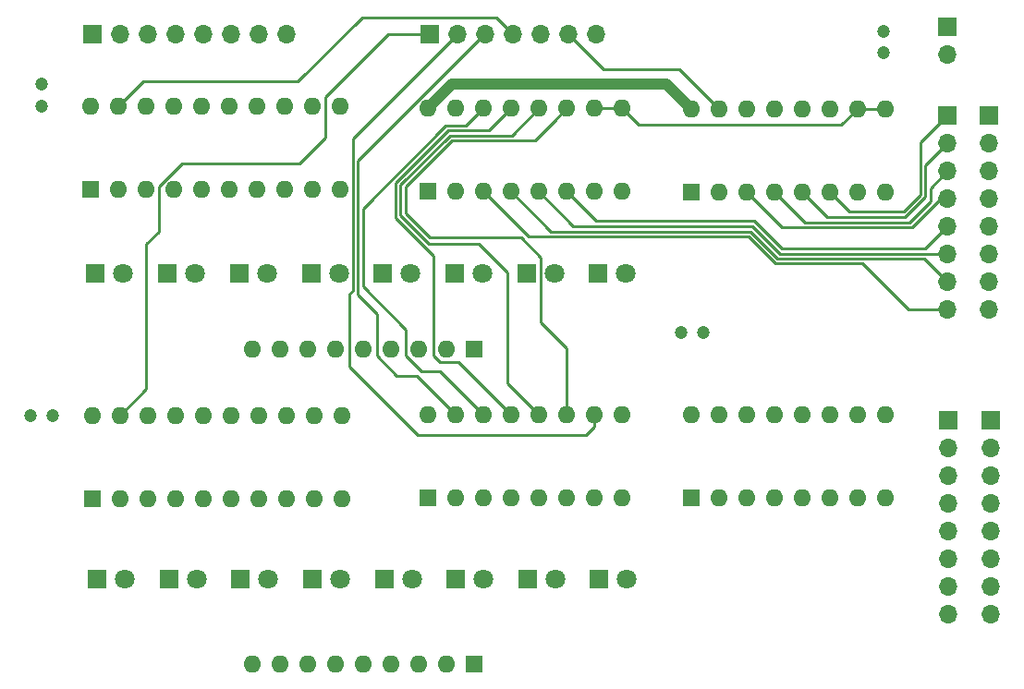
<source format=gbr>
%TF.GenerationSoftware,KiCad,Pcbnew,(5.1.9-0-10_14)*%
%TF.CreationDate,2021-04-27T01:12:58-04:00*%
%TF.ProjectId,REGISTER,52454749-5354-4455-922e-6b696361645f,rev?*%
%TF.SameCoordinates,Original*%
%TF.FileFunction,Copper,L3,Inr*%
%TF.FilePolarity,Positive*%
%FSLAX46Y46*%
G04 Gerber Fmt 4.6, Leading zero omitted, Abs format (unit mm)*
G04 Created by KiCad (PCBNEW (5.1.9-0-10_14)) date 2021-04-27 01:12:58*
%MOMM*%
%LPD*%
G01*
G04 APERTURE LIST*
%TA.AperFunction,ComponentPad*%
%ADD10O,1.700000X1.700000*%
%TD*%
%TA.AperFunction,ComponentPad*%
%ADD11R,1.700000X1.700000*%
%TD*%
%TA.AperFunction,ComponentPad*%
%ADD12C,1.200000*%
%TD*%
%TA.AperFunction,ComponentPad*%
%ADD13O,1.600000X1.600000*%
%TD*%
%TA.AperFunction,ComponentPad*%
%ADD14R,1.600000X1.600000*%
%TD*%
%TA.AperFunction,ComponentPad*%
%ADD15C,1.800000*%
%TD*%
%TA.AperFunction,ComponentPad*%
%ADD16R,1.800000X1.800000*%
%TD*%
%TA.AperFunction,Conductor*%
%ADD17C,1.000000*%
%TD*%
%TA.AperFunction,Conductor*%
%ADD18C,0.250000*%
%TD*%
G04 APERTURE END LIST*
D10*
%TO.N,/CLK*%
%TO.C,J6*%
X122123200Y-87833200D03*
%TO.N,/RS2*%
X119583200Y-87833200D03*
%TO.N,/AI*%
X117043200Y-87833200D03*
%TO.N,/AO*%
X114503200Y-87833200D03*
%TO.N,/RS2*%
X111963200Y-87833200D03*
%TO.N,/BI*%
X109423200Y-87833200D03*
D11*
%TO.N,/BO*%
X106883200Y-87833200D03*
%TD*%
D10*
%TO.N,GND*%
%TO.C,J3*%
X154343100Y-89687400D03*
D11*
%TO.N,VCC*%
X154343100Y-87147400D03*
%TD*%
D12*
%TO.N,GND*%
%TO.C,C4*%
X129953000Y-115176300D03*
%TO.N,VCC*%
X131953000Y-115176300D03*
%TD*%
%TO.N,GND*%
%TO.C,C3*%
X148463000Y-89553800D03*
%TO.N,VCC*%
X148463000Y-87553800D03*
%TD*%
%TO.N,GND*%
%TO.C,C2*%
X70351900Y-122796300D03*
%TO.N,VCC*%
X72351900Y-122796300D03*
%TD*%
%TO.N,GND*%
%TO.C,C1*%
X71323200Y-92437200D03*
%TO.N,VCC*%
X71323200Y-94437200D03*
%TD*%
D13*
%TO.N,VCC*%
%TO.C,U6*%
X130860800Y-122682000D03*
%TO.N,GND*%
X148640800Y-130302000D03*
%TO.N,/RS2*%
X133400800Y-122682000D03*
%TO.N,/CLK*%
X146100800Y-130302000D03*
%TO.N,/I4*%
X135940800Y-122682000D03*
%TO.N,/B1*%
X143560800Y-130302000D03*
%TO.N,/I3*%
X138480800Y-122682000D03*
%TO.N,/B2*%
X141020800Y-130302000D03*
%TO.N,/I2*%
X141020800Y-122682000D03*
%TO.N,/B3*%
X138480800Y-130302000D03*
%TO.N,/I1*%
X143560800Y-122682000D03*
%TO.N,/B4*%
X135940800Y-130302000D03*
%TO.N,/BI*%
X146100800Y-122682000D03*
%TO.N,GND*%
X133400800Y-130302000D03*
%TO.N,/BI*%
X148640800Y-122682000D03*
D14*
%TO.N,GND*%
X130860800Y-130302000D03*
%TD*%
D13*
%TO.N,VCC*%
%TO.C,U5*%
X106730800Y-122707400D03*
%TO.N,GND*%
X124510800Y-130327400D03*
%TO.N,/RS2*%
X109270800Y-122707400D03*
%TO.N,/CLK*%
X121970800Y-130327400D03*
%TO.N,/I8*%
X111810800Y-122707400D03*
%TO.N,/B5*%
X119430800Y-130327400D03*
%TO.N,/I7*%
X114350800Y-122707400D03*
%TO.N,/B6*%
X116890800Y-130327400D03*
%TO.N,/I6*%
X116890800Y-122707400D03*
%TO.N,/B7*%
X114350800Y-130327400D03*
%TO.N,/I5*%
X119430800Y-122707400D03*
%TO.N,/B8*%
X111810800Y-130327400D03*
%TO.N,/BI*%
X121970800Y-122707400D03*
%TO.N,GND*%
X109270800Y-130327400D03*
%TO.N,/BI*%
X124510800Y-122707400D03*
D14*
%TO.N,GND*%
X106730800Y-130327400D03*
%TD*%
D13*
%TO.N,VCC*%
%TO.C,U4*%
X75971400Y-122758200D03*
%TO.N,GND*%
X98831400Y-130378200D03*
%TO.N,/BO*%
X78511400Y-122758200D03*
%TO.N,/B1*%
X96291400Y-130378200D03*
%TO.N,/I8*%
X81051400Y-122758200D03*
%TO.N,/B2*%
X93751400Y-130378200D03*
%TO.N,/I7*%
X83591400Y-122758200D03*
%TO.N,/B3*%
X91211400Y-130378200D03*
%TO.N,/I6*%
X86131400Y-122758200D03*
%TO.N,/B4*%
X88671400Y-130378200D03*
%TO.N,/I5*%
X88671400Y-122758200D03*
%TO.N,/B5*%
X86131400Y-130378200D03*
%TO.N,/I4*%
X91211400Y-122758200D03*
%TO.N,/B6*%
X83591400Y-130378200D03*
%TO.N,/I3*%
X93751400Y-122758200D03*
%TO.N,/B7*%
X81051400Y-130378200D03*
%TO.N,/I2*%
X96291400Y-122758200D03*
%TO.N,/B8*%
X78511400Y-130378200D03*
%TO.N,/I1*%
X98831400Y-122758200D03*
D14*
%TO.N,VCC*%
X75971400Y-130378200D03*
%TD*%
D13*
%TO.N,VCC*%
%TO.C,U3*%
X130835400Y-94665800D03*
%TO.N,GND*%
X148615400Y-102285800D03*
%TO.N,/RS2*%
X133375400Y-94665800D03*
%TO.N,/CLK*%
X146075400Y-102285800D03*
%TO.N,/I4*%
X135915400Y-94665800D03*
%TO.N,/A1*%
X143535400Y-102285800D03*
%TO.N,/I3*%
X138455400Y-94665800D03*
%TO.N,/A2*%
X140995400Y-102285800D03*
%TO.N,/I2*%
X140995400Y-94665800D03*
%TO.N,/A3*%
X138455400Y-102285800D03*
%TO.N,/I1*%
X143535400Y-94665800D03*
%TO.N,/A4*%
X135915400Y-102285800D03*
%TO.N,/AI*%
X146075400Y-94665800D03*
%TO.N,GND*%
X133375400Y-102285800D03*
%TO.N,/AI*%
X148615400Y-94665800D03*
D14*
%TO.N,GND*%
X130835400Y-102285800D03*
%TD*%
D13*
%TO.N,VCC*%
%TO.C,U2*%
X106730800Y-94640400D03*
%TO.N,GND*%
X124510800Y-102260400D03*
%TO.N,/RS2*%
X109270800Y-94640400D03*
%TO.N,/CLK*%
X121970800Y-102260400D03*
%TO.N,/I8*%
X111810800Y-94640400D03*
%TO.N,/A5*%
X119430800Y-102260400D03*
%TO.N,/I7*%
X114350800Y-94640400D03*
%TO.N,/A6*%
X116890800Y-102260400D03*
%TO.N,/I6*%
X116890800Y-94640400D03*
%TO.N,/A7*%
X114350800Y-102260400D03*
%TO.N,/I5*%
X119430800Y-94640400D03*
%TO.N,/A8*%
X111810800Y-102260400D03*
%TO.N,/AI*%
X121970800Y-94640400D03*
%TO.N,GND*%
X109270800Y-102260400D03*
%TO.N,/AI*%
X124510800Y-94640400D03*
D14*
%TO.N,GND*%
X106730800Y-102260400D03*
%TD*%
D13*
%TO.N,VCC*%
%TO.C,U1*%
X75844400Y-94437200D03*
%TO.N,GND*%
X98704400Y-102057200D03*
%TO.N,/AO*%
X78384400Y-94437200D03*
%TO.N,/A1*%
X96164400Y-102057200D03*
%TO.N,/I8*%
X80924400Y-94437200D03*
%TO.N,/A2*%
X93624400Y-102057200D03*
%TO.N,/I7*%
X83464400Y-94437200D03*
%TO.N,/A3*%
X91084400Y-102057200D03*
%TO.N,/I6*%
X86004400Y-94437200D03*
%TO.N,/A4*%
X88544400Y-102057200D03*
%TO.N,/I5*%
X88544400Y-94437200D03*
%TO.N,/A5*%
X86004400Y-102057200D03*
%TO.N,/I4*%
X91084400Y-94437200D03*
%TO.N,/A6*%
X83464400Y-102057200D03*
%TO.N,/I3*%
X93624400Y-94437200D03*
%TO.N,/A7*%
X80924400Y-102057200D03*
%TO.N,/I2*%
X96164400Y-94437200D03*
%TO.N,/A8*%
X78384400Y-102057200D03*
%TO.N,/I1*%
X98704400Y-94437200D03*
D14*
%TO.N,VCC*%
X75844400Y-102057200D03*
%TD*%
D13*
%TO.N,Net-(D9-Pad1)*%
%TO.C,RN2*%
X90614500Y-145554700D03*
%TO.N,Net-(D10-Pad1)*%
X93154500Y-145554700D03*
%TO.N,Net-(D11-Pad1)*%
X95694500Y-145554700D03*
%TO.N,Net-(D12-Pad1)*%
X98234500Y-145554700D03*
%TO.N,Net-(D13-Pad1)*%
X100774500Y-145554700D03*
%TO.N,Net-(D14-Pad1)*%
X103314500Y-145554700D03*
%TO.N,Net-(D15-Pad1)*%
X105854500Y-145554700D03*
%TO.N,Net-(D16-Pad1)*%
X108394500Y-145554700D03*
D14*
%TO.N,GND*%
X110934500Y-145554700D03*
%TD*%
D13*
%TO.N,Net-(D1-Pad1)*%
%TO.C,RN1*%
X90601800Y-116738400D03*
%TO.N,Net-(D2-Pad1)*%
X93141800Y-116738400D03*
%TO.N,Net-(D3-Pad1)*%
X95681800Y-116738400D03*
%TO.N,Net-(D4-Pad1)*%
X98221800Y-116738400D03*
%TO.N,Net-(D5-Pad1)*%
X100761800Y-116738400D03*
%TO.N,Net-(D6-Pad1)*%
X103301800Y-116738400D03*
%TO.N,Net-(D7-Pad1)*%
X105841800Y-116738400D03*
%TO.N,Net-(D8-Pad1)*%
X108381800Y-116738400D03*
D14*
%TO.N,GND*%
X110921800Y-116738400D03*
%TD*%
D10*
%TO.N,/A8*%
%TO.C,J8*%
X154330400Y-113068100D03*
%TO.N,/A7*%
X154330400Y-110528100D03*
%TO.N,/A6*%
X154330400Y-107988100D03*
%TO.N,/A5*%
X154330400Y-105448100D03*
%TO.N,/A4*%
X154330400Y-102908100D03*
%TO.N,/A3*%
X154330400Y-100368100D03*
%TO.N,/A2*%
X154330400Y-97828100D03*
D11*
%TO.N,/A1*%
X154330400Y-95288100D03*
%TD*%
D10*
%TO.N,/A8*%
%TO.C,J7*%
X158115000Y-113068100D03*
%TO.N,/A7*%
X158115000Y-110528100D03*
%TO.N,/A6*%
X158115000Y-107988100D03*
%TO.N,/A5*%
X158115000Y-105448100D03*
%TO.N,/A4*%
X158115000Y-102908100D03*
%TO.N,/A3*%
X158115000Y-100368100D03*
%TO.N,/A2*%
X158115000Y-97828100D03*
D11*
%TO.N,/A1*%
X158115000Y-95288100D03*
%TD*%
D10*
%TO.N,/I1*%
%TO.C,J5*%
X93776800Y-87833200D03*
%TO.N,/I2*%
X91236800Y-87833200D03*
%TO.N,/I3*%
X88696800Y-87833200D03*
%TO.N,/I4*%
X86156800Y-87833200D03*
%TO.N,/I5*%
X83616800Y-87833200D03*
%TO.N,/I6*%
X81076800Y-87833200D03*
%TO.N,/I7*%
X78536800Y-87833200D03*
D11*
%TO.N,/I8*%
X75996800Y-87833200D03*
%TD*%
D10*
%TO.N,/B8*%
%TO.C,J2*%
X154406600Y-140982700D03*
%TO.N,/B7*%
X154406600Y-138442700D03*
%TO.N,/B6*%
X154406600Y-135902700D03*
%TO.N,/B5*%
X154406600Y-133362700D03*
%TO.N,/B4*%
X154406600Y-130822700D03*
%TO.N,/B3*%
X154406600Y-128282700D03*
%TO.N,/B2*%
X154406600Y-125742700D03*
D11*
%TO.N,/B1*%
X154406600Y-123202700D03*
%TD*%
D10*
%TO.N,/B8*%
%TO.C,J1*%
X158242000Y-140982700D03*
%TO.N,/B7*%
X158242000Y-138442700D03*
%TO.N,/B6*%
X158242000Y-135902700D03*
%TO.N,/B5*%
X158242000Y-133362700D03*
%TO.N,/B4*%
X158242000Y-130822700D03*
%TO.N,/B3*%
X158242000Y-128282700D03*
%TO.N,/B2*%
X158242000Y-125742700D03*
D11*
%TO.N,/B1*%
X158242000Y-123202700D03*
%TD*%
D15*
%TO.N,/B1*%
%TO.C,D16*%
X124942600Y-137769600D03*
D16*
%TO.N,Net-(D16-Pad1)*%
X122402600Y-137769600D03*
%TD*%
D15*
%TO.N,/B2*%
%TO.C,D15*%
X118389400Y-137769600D03*
D16*
%TO.N,Net-(D15-Pad1)*%
X115849400Y-137769600D03*
%TD*%
D15*
%TO.N,/B3*%
%TO.C,D14*%
X111836200Y-137769600D03*
D16*
%TO.N,Net-(D14-Pad1)*%
X109296200Y-137769600D03*
%TD*%
D15*
%TO.N,/B4*%
%TO.C,D13*%
X105257600Y-137769600D03*
D16*
%TO.N,Net-(D13-Pad1)*%
X102717600Y-137769600D03*
%TD*%
D15*
%TO.N,/B5*%
%TO.C,D12*%
X98679000Y-137744200D03*
D16*
%TO.N,Net-(D12-Pad1)*%
X96139000Y-137744200D03*
%TD*%
D15*
%TO.N,/B6*%
%TO.C,D11*%
X92100400Y-137744200D03*
D16*
%TO.N,Net-(D11-Pad1)*%
X89560400Y-137744200D03*
%TD*%
D15*
%TO.N,/B7*%
%TO.C,D10*%
X85521800Y-137744200D03*
D16*
%TO.N,Net-(D10-Pad1)*%
X82981800Y-137744200D03*
%TD*%
D15*
%TO.N,/B8*%
%TO.C,D9*%
X78917800Y-137744200D03*
D16*
%TO.N,Net-(D9-Pad1)*%
X76377800Y-137744200D03*
%TD*%
D15*
%TO.N,/A1*%
%TO.C,D8*%
X124866400Y-109753400D03*
D16*
%TO.N,Net-(D8-Pad1)*%
X122326400Y-109753400D03*
%TD*%
D15*
%TO.N,/A2*%
%TO.C,D7*%
X118287800Y-109753400D03*
D16*
%TO.N,Net-(D7-Pad1)*%
X115747800Y-109753400D03*
%TD*%
D15*
%TO.N,/A3*%
%TO.C,D6*%
X111709200Y-109753400D03*
D16*
%TO.N,Net-(D6-Pad1)*%
X109169200Y-109753400D03*
%TD*%
D15*
%TO.N,/A4*%
%TO.C,D5*%
X105130600Y-109753400D03*
D16*
%TO.N,Net-(D5-Pad1)*%
X102590600Y-109753400D03*
%TD*%
D15*
%TO.N,/A5*%
%TO.C,D4*%
X98552000Y-109753400D03*
D16*
%TO.N,Net-(D4-Pad1)*%
X96012000Y-109753400D03*
%TD*%
D15*
%TO.N,/A6*%
%TO.C,D3*%
X91973400Y-109753400D03*
D16*
%TO.N,Net-(D3-Pad1)*%
X89433400Y-109753400D03*
%TD*%
D15*
%TO.N,/A7*%
%TO.C,D2*%
X85394800Y-109753400D03*
D16*
%TO.N,Net-(D2-Pad1)*%
X82854800Y-109753400D03*
%TD*%
D15*
%TO.N,/A8*%
%TO.C,D1*%
X78816200Y-109753400D03*
D16*
%TO.N,Net-(D1-Pad1)*%
X76276200Y-109753400D03*
%TD*%
D17*
%TO.N,VCC*%
X106730800Y-94640400D02*
X108953300Y-92417900D01*
X128587500Y-92417900D02*
X130835400Y-94665800D01*
X108953300Y-92417900D02*
X128587500Y-92417900D01*
D18*
%TO.N,/I5*%
X117062799Y-114230699D02*
X119430800Y-116598700D01*
X117062799Y-108298701D02*
X117062799Y-114230699D01*
X115240898Y-106476800D02*
X117062799Y-108298701D01*
X104648000Y-101841300D02*
X104648000Y-104267000D01*
X108915200Y-97574100D02*
X104648000Y-101841300D01*
X118305799Y-95778101D02*
X116509800Y-97574100D01*
X119430800Y-94640400D02*
X118305799Y-95765401D01*
X104648000Y-104267000D02*
X106857800Y-106476800D01*
X116509800Y-97574100D02*
X108915200Y-97574100D01*
X119430800Y-116598700D02*
X119430800Y-122707400D01*
X106857800Y-106476800D02*
X115240898Y-106476800D01*
X118305799Y-95765401D02*
X118305799Y-95778101D01*
%TO.N,/I6*%
X114007900Y-119824500D02*
X116890800Y-122707400D01*
X116890800Y-94640400D02*
X114407111Y-97124089D01*
X104197989Y-101654900D02*
X104197989Y-104453400D01*
X104197989Y-104453400D02*
X106767489Y-107022900D01*
X108728800Y-97124089D02*
X104197989Y-101654900D01*
X114407111Y-97124089D02*
X108728800Y-97124089D01*
X114007900Y-109664500D02*
X114007900Y-119824500D01*
X111366300Y-107022900D02*
X114007900Y-109664500D01*
X106767489Y-107022900D02*
X111366300Y-107022900D01*
%TO.N,/I7*%
X108542400Y-96674078D02*
X103747978Y-101468500D01*
X107256799Y-117278401D02*
X107841799Y-117863401D01*
X112317122Y-96674078D02*
X108542400Y-96674078D01*
X103747978Y-101468500D02*
X103747978Y-104639800D01*
X114350800Y-94640400D02*
X112317122Y-96674078D01*
X107841799Y-117863401D02*
X109506801Y-117863401D01*
X103747978Y-104639800D02*
X107256799Y-108148621D01*
X107256799Y-108148621D02*
X107256799Y-117278401D01*
X109506801Y-117863401D02*
X114350800Y-122707400D01*
%TO.N,/I8*%
X104716799Y-117278401D02*
X106132598Y-118694200D01*
X100761800Y-103818267D02*
X100761800Y-110946013D01*
X106132598Y-118694200D02*
X107797600Y-118694200D01*
X110227133Y-96224067D02*
X108356000Y-96224067D01*
X111810800Y-94640400D02*
X110227133Y-96224067D01*
X100761800Y-110946013D02*
X104716799Y-114901012D01*
X104716799Y-114901012D02*
X104716799Y-117278401D01*
X107797600Y-118694200D02*
X111810800Y-122707400D01*
X108356000Y-96224067D02*
X100761800Y-103818267D01*
%TO.N,/A8*%
X150710900Y-113068100D02*
X154330400Y-113068100D01*
X146507200Y-108864400D02*
X150710900Y-113068100D01*
X138569700Y-108864400D02*
X146507200Y-108864400D01*
X136067800Y-106362500D02*
X138569700Y-108864400D01*
X111810800Y-102260400D02*
X115912900Y-106362500D01*
X115912900Y-106362500D02*
X136067800Y-106362500D01*
%TO.N,/A7*%
X114350800Y-102260400D02*
X118002889Y-105912489D01*
X136254200Y-105912489D02*
X138756099Y-108414389D01*
X138756099Y-108414389D02*
X152216689Y-108414389D01*
X152216689Y-108414389D02*
X154330400Y-110528100D01*
X118002889Y-105912489D02*
X136254200Y-105912489D01*
%TO.N,/A6*%
X116890800Y-102260400D02*
X120045911Y-105415511D01*
X138980200Y-107942811D02*
X154285111Y-107942811D01*
X120045911Y-105415511D02*
X136452900Y-105415511D01*
X154285111Y-107942811D02*
X154330400Y-107988100D01*
X136452900Y-105415511D02*
X138980200Y-107942811D01*
%TO.N,/A5*%
X139166600Y-107492800D02*
X152285700Y-107492800D01*
X136639300Y-104965500D02*
X139166600Y-107492800D01*
X152285700Y-107492800D02*
X154330400Y-105448100D01*
X122135900Y-104965500D02*
X136639300Y-104965500D01*
X119430800Y-102260400D02*
X122135900Y-104965500D01*
%TO.N,/A4*%
X151106278Y-105522622D02*
X153720800Y-102908100D01*
X153720800Y-102908100D02*
X154330400Y-102908100D01*
X139152222Y-105522622D02*
X151106278Y-105522622D01*
X135915400Y-102285800D02*
X139152222Y-105522622D01*
%TO.N,/A3*%
X138455400Y-102285800D02*
X141242211Y-105072611D01*
X150871900Y-105072611D02*
X152753922Y-103190589D01*
X141242211Y-105072611D02*
X150871900Y-105072611D01*
X152753922Y-103190589D02*
X152753922Y-101944578D01*
X152753922Y-101944578D02*
X154330400Y-100368100D01*
%TO.N,/A2*%
X143332200Y-104622600D02*
X150420211Y-104622600D01*
X140995400Y-102285800D02*
X143332200Y-104622600D01*
X150420211Y-104622600D02*
X152303911Y-102738900D01*
X152303911Y-99854589D02*
X154330400Y-97828100D01*
X152303911Y-102738900D02*
X152303911Y-99854589D01*
%TO.N,/A1*%
X143535400Y-102285800D02*
X145338800Y-104089200D01*
X145338800Y-104089200D02*
X150317200Y-104089200D01*
X150317200Y-104089200D02*
X151853900Y-102552500D01*
X151853900Y-97764600D02*
X154330400Y-95288100D01*
X151853900Y-102552500D02*
X151853900Y-97764600D01*
%TO.N,/AI*%
X121970800Y-94640400D02*
X124510800Y-94640400D01*
X146075400Y-94665800D02*
X148615400Y-94665800D01*
X144576800Y-96164400D02*
X146075400Y-94665800D01*
X126034800Y-96164400D02*
X144576800Y-96164400D01*
X124510800Y-94640400D02*
X126034800Y-96164400D01*
%TO.N,/AO*%
X100685600Y-86309200D02*
X112979200Y-86309200D01*
X112979200Y-86309200D02*
X114503200Y-87833200D01*
X94805500Y-92189300D02*
X100685600Y-86309200D01*
X80632300Y-92189300D02*
X94805500Y-92189300D01*
X78384400Y-94437200D02*
X80632300Y-92189300D01*
%TO.N,/BI*%
X99861778Y-97394622D02*
X109423200Y-87833200D01*
X99491800Y-118287800D02*
X99491800Y-111688791D01*
X105816400Y-124612400D02*
X99491800Y-118287800D01*
X121197170Y-124612400D02*
X105816400Y-124612400D01*
X121970800Y-123838770D02*
X121197170Y-124612400D01*
X121970800Y-122707400D02*
X121970800Y-123838770D01*
X99861778Y-111318813D02*
X99861778Y-97394622D01*
X99491800Y-111688791D02*
X99861778Y-111318813D01*
%TO.N,/BO*%
X106883200Y-87833200D02*
X103073200Y-87833200D01*
X97289401Y-93616999D02*
X97289401Y-97338099D01*
X103073200Y-87833200D02*
X97289401Y-93616999D01*
X97289401Y-97338099D02*
X94983300Y-99644200D01*
X84212398Y-99644200D02*
X82049401Y-101807197D01*
X82049401Y-101807197D02*
X82049401Y-105935999D01*
X94983300Y-99644200D02*
X84212398Y-99644200D01*
X82049401Y-105935999D02*
X80911700Y-107073700D01*
X80911700Y-120357900D02*
X78511400Y-122758200D01*
X80911700Y-107073700D02*
X80911700Y-120357900D01*
%TO.N,/RS2*%
X119583200Y-87833200D02*
X122809000Y-91059000D01*
X129768600Y-91059000D02*
X133375400Y-94665800D01*
X122809000Y-91059000D02*
X129768600Y-91059000D01*
X105689400Y-119126000D02*
X109270800Y-122707400D01*
X100311789Y-99394409D02*
X100311789Y-111741789D01*
X102031800Y-117297200D02*
X103860600Y-119126000D01*
X111872998Y-87833200D02*
X100311789Y-99394409D01*
X103860600Y-119126000D02*
X105689400Y-119126000D01*
X111963200Y-87833200D02*
X111872998Y-87833200D01*
X100311789Y-111741789D02*
X102031800Y-113461800D01*
X102031800Y-113461800D02*
X102031800Y-117297200D01*
%TD*%
M02*

</source>
